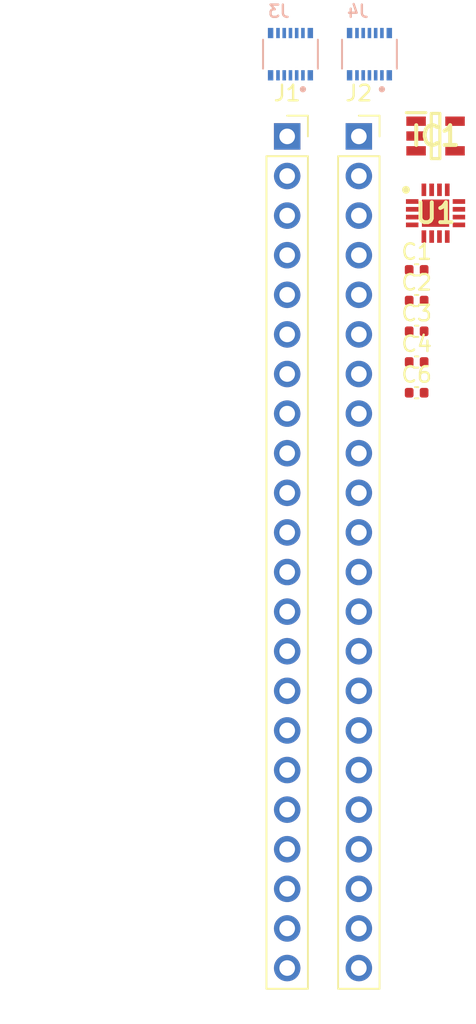
<source format=kicad_pcb>
(kicad_pcb (version 20241229) (generator "pcbnew") (generator_version "9.0")
  (layers (0 "F.Cu" signal) (2 "B.Cu" signal) (13 "F.Paste" user) (15 "B.Paste" user) (5 "F.SilkS" user "F.Silkscreen") (7 "B.SilkS" user "B.Silkscreen") (1 "F.Mask" user) (3 "B.Mask" user) (25 "Edge.Cuts" user))
  (net 0 "")
  (net 1 "+3.3V")
  (net 2 "GND")
  (net 3 "+1V8")
  (net 7 "/WS")
  (net 21 "/TDM_DATA")
  (net 22 "/BCLK")
  (net 47 "/MIC_DOUT_1")
  (net 50 "/MIC_CLK0")
  (net 52 "+3V3")
  (net 53 "/MIC_DOUT_0")
  (net 54 "/MIC_CLK1")
  (net 58 "/MIC_DOUT_2")
  (footprint "Connector_PinSocket_2.54mm:PinSocket_1x22_P2.54mm_Vertical" (layer "F.Cu") (at 105.9 69.16)
    (property "Reference" "J1" (at 0 -2.77 0) (layer "F.SilkS"))
    (property "Value" "Conn_01x22_Socket")
    (fp_line (start -1.33 1.27) (end -1.33 54.67) (stroke (width 0.12)) (layer "F.SilkS"))
    (fp_line (start -1.33 1.27) (end 1.33 1.27) (stroke (width 0.12)) (layer "F.SilkS"))
    (fp_line (start -1.33 54.67) (end 1.33 54.67) (stroke (width 0.12)) (layer "F.SilkS"))
    (fp_line (start 0 -1.33) (end 1.33 -1.33) (stroke (width 0.12)) (layer "F.SilkS"))
    (fp_line (start 1.33 -1.33) (end 1.33 0) (stroke (width 0.12)) (layer "F.SilkS"))
    (fp_line (start 1.33 1.27) (end 1.33 54.67) (stroke (width 0.12)) (layer "F.SilkS"))
    (pad "1" thru_hole rect (at 0 0) (size 1.7 1.7) (drill 1) (layers "*.Cu" "*.Mask") (net 1 "+3.3V"))
    (pad "2" thru_hole circle (at 0 2.54) (size 1.7 1.7) (drill 1) (layers "*.Cu" "*.Mask"))
    (pad "3" thru_hole circle (at 0 5.08) (size 1.7 1.7) (drill 1) (layers "*.Cu" "*.Mask"))
    (pad "4" thru_hole circle (at 0 7.62) (size 1.7 1.7) (drill 1) (layers "*.Cu" "*.Mask") (net 7 "/WS"))
    (pad "5" thru_hole circle (at 0 10.16) (size 1.7 1.7) (drill 1) (layers "*.Cu" "*.Mask") (net 22 "/BCLK"))
    (pad "6" thru_hole circle (at 0 12.7) (size 1.7 1.7) (drill 1) (layers "*.Cu" "*.Mask"))
    (pad "7" thru_hole circle (at 0 15.24) (size 1.7 1.7) (drill 1) (layers "*.Cu" "*.Mask"))
    (pad "8" thru_hole circle (at 0 17.78) (size 1.7 1.7) (drill 1) (layers "*.Cu" "*.Mask"))
    (pad "9" thru_hole circle (at 0 20.32) (size 1.7 1.7) (drill 1) (layers "*.Cu" "*.Mask"))
    (pad "10" thru_hole circle (at 0 22.86) (size 1.7 1.7) (drill 1) (layers "*.Cu" "*.Mask"))
    (pad "11" thru_hole circle (at 0 25.4) (size 1.7 1.7) (drill 1) (layers "*.Cu" "*.Mask"))
    (pad "12" thru_hole circle (at 0 27.94) (size 1.7 1.7) (drill 1) (layers "*.Cu" "*.Mask"))
    (pad "13" thru_hole circle (at 0 30.48) (size 1.7 1.7) (drill 1) (layers "*.Cu" "*.Mask"))
    (pad "14" thru_hole circle (at 0 33.02) (size 1.7 1.7) (drill 1) (layers "*.Cu" "*.Mask"))
    (pad "15" thru_hole circle (at 0 35.56) (size 1.7 1.7) (drill 1) (layers "*.Cu" "*.Mask"))
    (pad "16" thru_hole circle (at 0 38.1) (size 1.7 1.7) (drill 1) (layers "*.Cu" "*.Mask"))
    (pad "17" thru_hole circle (at 0 40.64) (size 1.7 1.7) (drill 1) (layers "*.Cu" "*.Mask"))
    (pad "18" thru_hole circle (at 0 43.18) (size 1.7 1.7) (drill 1) (layers "*.Cu" "*.Mask") (net 21 "/TDM_DATA"))
    (pad "19" thru_hole circle (at 0 45.72) (size 1.7 1.7) (drill 1) (layers "*.Cu" "*.Mask"))
    (pad "20" thru_hole circle (at 0 48.26) (size 1.7 1.7) (drill 1) (layers "*.Cu" "*.Mask"))
    (pad "21" thru_hole circle (at 0 50.8) (size 1.7 1.7) (drill 1) (layers "*.Cu" "*.Mask"))
    (pad "22" thru_hole circle (at 0 53.34) (size 1.7 1.7) (drill 1) (layers "*.Cu" "*.Mask") (net 2 "GND"))
  )
  (footprint "ADPL44002AUJZ-1.8:SOT95P280X100-5N" (layer "F.Cu") (at 115.425 69.135)
    (property "Reference" "IC1" (at 0 0 0) (layer "F.SilkS") (effects (font (size 1.27 1.27) (thickness 0.254))))
    (property "Value" "ADPL44002AUJZ-1.8-R7" (hide yes))
    (fp_line (start -1.875 -1.5) (end -0.625 -1.5) (stroke (width 0.2)) (layer "F.SilkS"))
    (fp_line (start -0.275 -1.45) (end 0.275 -1.45) (stroke (width 0.2)) (layer "F.SilkS"))
    (fp_line (start -0.275 1.45) (end -0.275 -1.45) (stroke (width 0.2)) (layer "F.SilkS"))
    (fp_line (start 0.275 -1.45) (end 0.275 1.45) (stroke (width 0.2)) (layer "F.SilkS"))
    (fp_line (start 0.275 1.45) (end -0.275 1.45) (stroke (width 0.2)) (layer "F.SilkS"))
    (pad "1" smd rect (at -1.25 -0.95 90) (size 0.6 1.25) (layers "F.Cu" "F.Mask" "F.Paste") (net 1 "+3.3V"))
    (pad "2" smd rect (at -1.25 0 90) (size 0.6 1.25) (layers "F.Cu" "F.Mask" "F.Paste") (net 2 "GND"))
    (pad "3" smd rect (at -1.25 0.95 90) (size 0.6 1.25) (layers "F.Cu" "F.Mask" "F.Paste") (net 1 "+3.3V"))
    (pad "4" smd rect (at 1.25 0.95 90) (size 0.6 1.25) (layers "F.Cu" "F.Mask" "F.Paste") (net 3 "+1V8"))
    (pad "5" smd rect (at 1.25 -0.95 90) (size 0.6 1.25) (layers "F.Cu" "F.Mask" "F.Paste") (net 3 "+1V8"))
  )
  (footprint "Capacitor_SMD:C_0402_1005Metric" (layer "F.Cu") (at 114.21 79.69)
    (property "Reference" "C2" (at 0 -1.16 0) (layer "F.SilkS"))
    (property "Value" "100nF")
    (fp_line (start -0.107836 -0.36) (end 0.107836 -0.36) (stroke (width 0.12)) (layer "F.SilkS"))
    (fp_line (start -0.107836 0.36) (end 0.107836 0.36) (stroke (width 0.12)) (layer "F.SilkS"))
    (pad "1" smd roundrect (at -0.48 0) (size 0.56 0.62) (layers "F.Cu" "F.Mask" "F.Paste") (net 1 "+3.3V"))
    (pad "2" smd roundrect (at 0.48 0) (size 0.56 0.62) (layers "F.Cu" "F.Mask" "F.Paste") (net 2 "GND"))
  )
  (footprint "Capacitor_SMD:C_0402_1005Metric" (layer "F.Cu") (at 114.21 77.72)
    (property "Reference" "C1" (at 0 -1.16 0) (layer "F.SilkS"))
    (property "Value" "100nF")
    (fp_line (start -0.107836 -0.36) (end 0.107836 -0.36) (stroke (width 0.12)) (layer "F.SilkS"))
    (fp_line (start -0.107836 0.36) (end 0.107836 0.36) (stroke (width 0.12)) (layer "F.SilkS"))
    (pad "1" smd roundrect (at -0.48 0) (size 0.56 0.62) (layers "F.Cu" "F.Mask" "F.Paste") (net 1 "+3.3V"))
    (pad "2" smd roundrect (at 0.48 0) (size 0.56 0.62) (layers "F.Cu" "F.Mask" "F.Paste") (net 2 "GND"))
  )
  (footprint "Capacitor_SMD:C_0402_1005Metric" (layer "F.Cu") (at 114.21 85.6)
    (property "Reference" "C6" (at 0 -1.16 0) (layer "F.SilkS"))
    (property "Value" "2.2uF")
    (fp_line (start -0.107836 -0.36) (end 0.107836 -0.36) (stroke (width 0.12)) (layer "F.SilkS"))
    (fp_line (start -0.107836 0.36) (end 0.107836 0.36) (stroke (width 0.12)) (layer "F.SilkS"))
    (pad "1" smd roundrect (at -0.48 0) (size 0.56 0.62) (layers "F.Cu" "F.Mask" "F.Paste") (net 2 "GND"))
    (pad "2" smd roundrect (at 0.48 0) (size 0.56 0.62) (layers "F.Cu" "F.Mask" "F.Paste") (net 3 "+1V8"))
  )
  (footprint "mux:QFN50P300X300X80-17N-D" (layer "F.Cu") (at 115.425 74.085)
    (property "Reference" "U1" (at 0 0 0) (layer "F.SilkS") (effects (font (size 1.27 1.27) (thickness 0.254))))
    (property "Value" "ADAU7118ACPZRL" (hide yes))
    (fp_circle (center -1.9 -1.5) (end -1.9 -1.375) (stroke (width 0.25)) (fill no) (layer "F.SilkS"))
    (pad "1" smd rect (at -1.5 -0.75 90) (size 0.3 0.8) (layers "F.Cu" "F.Mask" "F.Paste") (net 50 "/MIC_CLK0"))
    (pad "2" smd rect (at -1.5 -0.25 90) (size 0.3 0.8) (layers "F.Cu" "F.Mask" "F.Paste") (net 53 "/MIC_DOUT_0"))
    (pad "3" smd rect (at -1.5 0.25 90) (size 0.3 0.8) (layers "F.Cu" "F.Mask" "F.Paste") (net 47 "/MIC_DOUT_1"))
    (pad "4" smd rect (at -1.5 0.75 90) (size 0.3 0.8) (layers "F.Cu" "F.Mask" "F.Paste") (net 54 "/MIC_CLK1"))
    (pad "5" smd rect (at -0.75 1.5) (size 0.3 0.8) (layers "F.Cu" "F.Mask" "F.Paste") (net 58 "/MIC_DOUT_2"))
    (pad "6" smd rect (at -0.25 1.5) (size 0.3 0.8) (layers "F.Cu" "F.Mask" "F.Paste"))
    (pad "7" smd rect (at 0.25 1.5) (size 0.3 0.8) (layers "F.Cu" "F.Mask" "F.Paste") (net 2 "GND"))
    (pad "8" smd rect (at 0.75 1.5) (size 0.3 0.8) (layers "F.Cu" "F.Mask" "F.Paste") (net 2 "GND"))
    (pad "9" smd rect (at 1.5 0.75 90) (size 0.3 0.8) (layers "F.Cu" "F.Mask" "F.Paste") (net 7 "/WS"))
    (pad "10" smd rect (at 1.5 0.25 90) (size 0.3 0.8) (layers "F.Cu" "F.Mask" "F.Paste") (net 22 "/BCLK"))
    (pad "11" smd rect (at 1.5 -0.25 90) (size 0.3 0.8) (layers "F.Cu" "F.Mask" "F.Paste") (net 21 "/TDM_DATA"))
    (pad "12" smd rect (at 1.5 -0.75 90) (size 0.3 0.8) (layers "F.Cu" "F.Mask" "F.Paste"))
    (pad "13" smd rect (at 0.75 -1.5) (size 0.3 0.8) (layers "F.Cu" "F.Mask" "F.Paste") (net 1 "+3.3V"))
    (pad "14" smd rect (at 0.25 -1.5) (size 0.3 0.8) (layers "F.Cu" "F.Mask" "F.Paste") (net 3 "+1V8"))
    (pad "15" smd rect (at -0.25 -1.5) (size 0.3 0.8) (layers "F.Cu" "F.Mask" "F.Paste") (net 2 "GND"))
    (pad "16" smd rect (at -0.75 -1.5) (size 0.3 0.8) (layers "F.Cu" "F.Mask" "F.Paste") (net 1 "+3.3V"))
    (pad "17" smd rect (at 0 0) (size 1.75 1.75) (layers "F.Cu" "F.Mask" "F.Paste") (net 2 "GND"))
  )
  (footprint "Connector_PinSocket_2.54mm:PinSocket_1x22_P2.54mm_Vertical" (layer "F.Cu") (at 110.5 69.16)
    (property "Reference" "J2" (at 0 -2.77 0) (layer "F.SilkS"))
    (property "Value" "Conn_01x22_Socket")
    (fp_line (start -1.33 1.27) (end -1.33 54.67) (stroke (width 0.12)) (layer "F.SilkS"))
    (fp_line (start -1.33 1.27) (end 1.33 1.27) (stroke (width 0.12)) (layer "F.SilkS"))
    (fp_line (start -1.33 54.67) (end 1.33 54.67) (stroke (width 0.12)) (layer "F.SilkS"))
    (fp_line (start 0 -1.33) (end 1.33 -1.33) (stroke (width 0.12)) (layer "F.SilkS"))
    (fp_line (start 1.33 -1.33) (end 1.33 0) (stroke (width 0.12)) (layer "F.SilkS"))
    (fp_line (start 1.33 1.27) (end 1.33 54.67) (stroke (width 0.12)) (layer "F.SilkS"))
    (pad "1" thru_hole rect (at 0 0) (size 1.7 1.7) (drill 1) (layers "*.Cu" "*.Mask") (net 2 "GND"))
    (pad "2" thru_hole circle (at 0 2.54) (size 1.7 1.7) (drill 1) (layers "*.Cu" "*.Mask"))
    (pad "3" thru_hole circle (at 0 5.08) (size 1.7 1.7) (drill 1) (layers "*.Cu" "*.Mask"))
    (pad "4" thru_hole circle (at 0 7.62) (size 1.7 1.7) (drill 1) (layers "*.Cu" "*.Mask"))
    (pad "5" thru_hole circle (at 0 10.16) (size 1.7 1.7) (drill 1) (layers "*.Cu" "*.Mask"))
    (pad "6" thru_hole circle (at 0 12.7) (size 1.7 1.7) (drill 1) (layers "*.Cu" "*.Mask"))
    (pad "7" thru_hole circle (at 0 15.24) (size 1.7 1.7) (drill 1) (layers "*.Cu" "*.Mask"))
    (pad "8" thru_hole circle (at 0 17.78) (size 1.7 1.7) (drill 1) (layers "*.Cu" "*.Mask"))
    (pad "9" thru_hole circle (at 0 20.32) (size 1.7 1.7) (drill 1) (layers "*.Cu" "*.Mask"))
    (pad "10" thru_hole circle (at 0 22.86) (size 1.7 1.7) (drill 1) (layers "*.Cu" "*.Mask"))
    (pad "11" thru_hole circle (at 0 25.4) (size 1.7 1.7) (drill 1) (layers "*.Cu" "*.Mask"))
    (pad "12" thru_hole circle (at 0 27.94) (size 1.7 1.7) (drill 1) (layers "*.Cu" "*.Mask"))
    (pad "13" thru_hole circle (at 0 30.48) (size 1.7 1.7) (drill 1) (layers "*.Cu" "*.Mask"))
    (pad "14" thru_hole circle (at 0 33.02) (size 1.7 1.7) (drill 1) (layers "*.Cu" "*.Mask"))
    (pad "15" thru_hole circle (at 0 35.56) (size 1.7 1.7) (drill 1) (layers "*.Cu" "*.Mask"))
    (pad "16" thru_hole circle (at 0 38.1) (size 1.7 1.7) (drill 1) (layers "*.Cu" "*.Mask"))
    (pad "17" thru_hole circle (at 0 40.64) (size 1.7 1.7) (drill 1) (layers "*.Cu" "*.Mask"))
    (pad "18" thru_hole circle (at 0 43.18) (size 1.7 1.7) (drill 1) (layers "*.Cu" "*.Mask"))
    (pad "19" thru_hole circle (at 0 45.72) (size 1.7 1.7) (drill 1) (layers "*.Cu" "*.Mask"))
    (pad "20" thru_hole circle (at 0 48.26) (size 1.7 1.7) (drill 1) (layers "*.Cu" "*.Mask"))
    (pad "21" thru_hole circle (at 0 50.8) (size 1.7 1.7) (drill 1) (layers "*.Cu" "*.Mask"))
    (pad "22" thru_hole circle (at 0 53.34) (size 1.7 1.7) (drill 1) (layers "*.Cu" "*.Mask"))
  )
  (footprint "Capacitor_SMD:C_0402_1005Metric" (layer "F.Cu") (at 114.21 81.66)
    (property "Reference" "C3" (at 0 -1.16 0) (layer "F.SilkS"))
    (property "Value" "2.2uF")
    (fp_line (start -0.107836 -0.36) (end 0.107836 -0.36) (stroke (width 0.12)) (layer "F.SilkS"))
    (fp_line (start -0.107836 0.36) (end 0.107836 0.36) (stroke (width 0.12)) (layer "F.SilkS"))
    (pad "1" smd roundrect (at -0.48 0) (size 0.56 0.62) (layers "F.Cu" "F.Mask" "F.Paste") (net 1 "+3.3V"))
    (pad "2" smd roundrect (at 0.48 0) (size 0.56 0.62) (layers "F.Cu" "F.Mask" "F.Paste") (net 2 "GND"))
  )
  (footprint "Capacitor_SMD:C_0402_1005Metric" (layer "F.Cu") (at 114.21 83.63)
    (property "Reference" "C4" (at 0 -1.16 0) (layer "F.SilkS"))
    (property "Value" "2.2uF")
    (fp_line (start -0.107836 -0.36) (end 0.107836 -0.36) (stroke (width 0.12)) (layer "F.SilkS"))
    (fp_line (start -0.107836 0.36) (end 0.107836 0.36) (stroke (width 0.12)) (layer "F.SilkS"))
    (pad "1" smd roundrect (at -0.48 0) (size 0.56 0.62) (layers "F.Cu" "F.Mask" "F.Paste") (net 1 "+3.3V"))
    (pad "2" smd roundrect (at 0.48 0) (size 0.56 0.62) (layers "F.Cu" "F.Mask" "F.Paste") (net 2 "GND"))
  )
  (footprint "header:AMPHENOL_10164228-0101A1RLF" (layer "B.Cu") (at 111.18 63.885 180)
    (property "Reference" "J4" (at 0.75 2.75 0) (layer "B.SilkS") (effects (font (size 0.787402 0.787402)) (justify mirror)))
    (property "Value" "10164228-0101A1RLF")
    (fp_line (start 1.76 -0.925) (end 1.76 0.925) (stroke (width 0.127)) (layer "B.SilkS"))
    (fp_line (start -1.76 0.925) (end -1.76 -0.925) (stroke (width 0.127)) (layer "B.SilkS"))
    (fp_circle (center -0.8 -2.25) (end -0.7 -2.25) (stroke (width 0.2)) (fill no) (layer "B.SilkS"))
    (pad "1" smd rect (at -0.8 -1.355 180) (size 0.23 0.66) (layers "B.Cu") (net 52 "+3V3"))
    (pad "2" smd rect (at -0.8 1.355 180) (size 0.23 0.66) (layers "B.Cu"))
    (pad "3" smd rect (at -0.4 -1.355 180) (size 0.23 0.66) (layers "B.Cu"))
    (pad "4" smd rect (at -0.4 1.355 180) (size 0.23 0.66) (layers "B.Cu") (net 54 "/MIC_CLK1"))
    (pad "5" smd rect (at 0 -1.355 180) (size 0.23 0.66) (layers "B.Cu"))
    (pad "6" smd rect (at 0 1.355 180) (size 0.23 0.66) (layers "B.Cu"))
    (pad "7" smd rect (at 0.4 -1.355 180) (size 0.23 0.66) (layers "B.Cu"))
    (pad "8" smd rect (at 0.4 1.355 180) (size 0.23 0.66) (layers "B.Cu") (net 58 "/MIC_DOUT_2"))
    (pad "9" smd rect (at 0.8 -1.355 180) (size 0.23 0.66) (layers "B.Cu"))
    (pad "10" smd rect (at 0.8 1.355 180) (size 0.23 0.66) (layers "B.Cu") (net 2 "GND"))
    (pad "SH1" smd rect (at -1.275 -1.355 180) (size 0.35 0.66) (layers "B.Cu"))
    (pad "SH2" smd rect (at -1.275 1.355 180) (size 0.35 0.66) (layers "B.Cu"))
    (pad "SH3" smd rect (at 1.275 -1.355 180) (size 0.35 0.66) (layers "B.Cu"))
    (pad "SH4" smd rect (at 1.275 1.355 180) (size 0.35 0.66) (layers "B.Cu"))
  )
  (footprint "header:AMPHENOL_10164228-0101A1RLF" (layer "B.Cu") (at 106.11 63.885 180)
    (property "Reference" "J3" (at 0.75 2.75 0) (layer "B.SilkS") (effects (font (size 0.787402 0.787402)) (justify mirror)))
    (property "Value" "10164228-0101A1RLF")
    (fp_line (start 1.76 -0.925) (end 1.76 0.925) (stroke (width 0.127)) (layer "B.SilkS"))
    (fp_line (start -1.76 0.925) (end -1.76 -0.925) (stroke (width 0.127)) (layer "B.SilkS"))
    (fp_circle (center -0.8 -2.25) (end -0.7 -2.25) (stroke (width 0.2)) (fill no) (layer "B.SilkS"))
    (pad "1" smd rect (at -0.8 -1.355 180) (size 0.23 0.66) (layers "B.Cu") (net 52 "+3V3"))
    (pad "2" smd rect (at -0.8 1.355 180) (size 0.23 0.66) (layers "B.Cu"))
    (pad "3" smd rect (at -0.4 -1.355 180) (size 0.23 0.66) (layers "B.Cu"))
    (pad "4" smd rect (at -0.4 1.355 180) (size 0.23 0.66) (layers "B.Cu"))
    (pad "5" smd rect (at 0 -1.355 180) (size 0.23 0.66) (layers "B.Cu") (net 50 "/MIC_CLK0"))
    (pad "6" smd rect (at 0 1.355 180) (size 0.23 0.66) (layers "B.Cu"))
    (pad "7" smd rect (at 0.4 -1.355 180) (size 0.23 0.66) (layers "B.Cu") (net 47 "/MIC_DOUT_1"))
    (pad "8" smd rect (at 0.4 1.355 180) (size 0.23 0.66) (layers "B.Cu"))
    (pad "9" smd rect (at 0.8 -1.355 180) (size 0.23 0.66) (layers "B.Cu") (net 53 "/MIC_DOUT_0"))
    (pad "10" smd rect (at 0.8 1.355 180) (size 0.23 0.66) (layers "B.Cu") (net 2 "GND"))
    (pad "SH1" smd rect (at -1.275 -1.355 180) (size 0.35 0.66) (layers "B.Cu"))
    (pad "SH2" smd rect (at -1.275 1.355 180) (size 0.35 0.66) (layers "B.Cu"))
    (pad "SH3" smd rect (at 1.275 -1.355 180) (size 0.35 0.66) (layers "B.Cu"))
    (pad "SH4" smd rect (at 1.275 1.355 180) (size 0.35 0.66) (layers "B.Cu"))
  )
)
</source>
